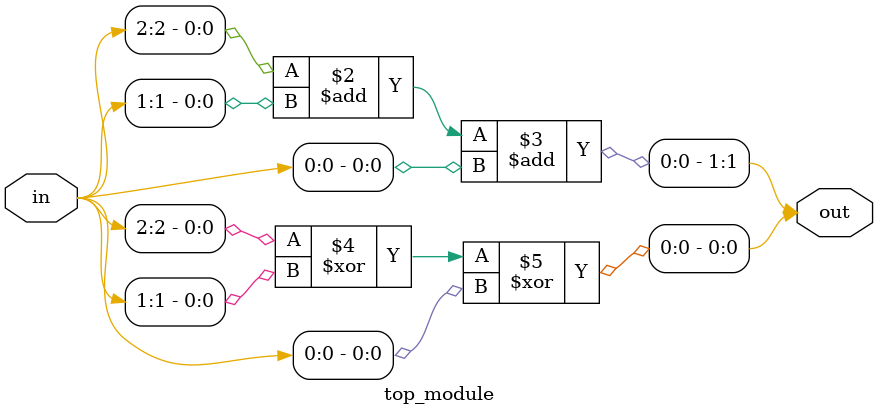
<source format=sv>
module top_module (
  input [2:0] in,
  output reg [1:0] out
);

  always @(*) begin
    out[1] = in[2] + in[1] + in[0];
    out[0] = in[2] ^ in[1] ^ in[0];
  end

endmodule

</source>
